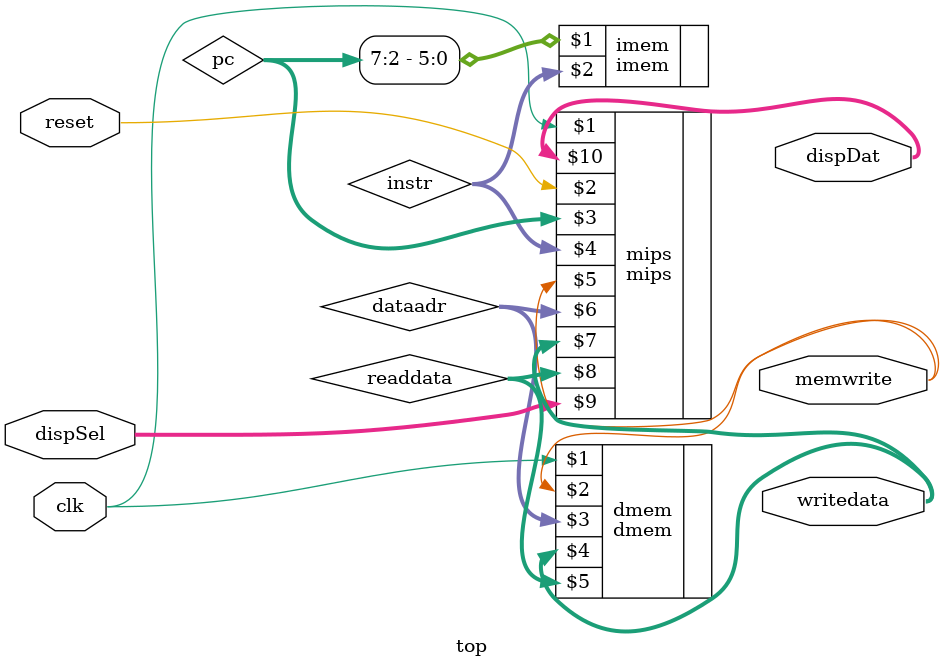
<source format=v>
`timescale 1ns/1ns

module top(	input         	clk, reset,
			output			memwrite,
			output	[31:0]	writedata,
           	input 	[4:0]	dispSel,
           	output	[31:0]	dispDat);

  wire [31:0] pc, instr, readdata, dataadr;
  
  // instantiate processor and memories
  mips mips(clk, reset, pc, instr, memwrite, dataadr, writedata, readdata, dispSel, dispDat);
  imem imem(pc[7:2], instr);
  dmem dmem(clk, memwrite, dataadr, writedata, readdata);

endmodule

</source>
